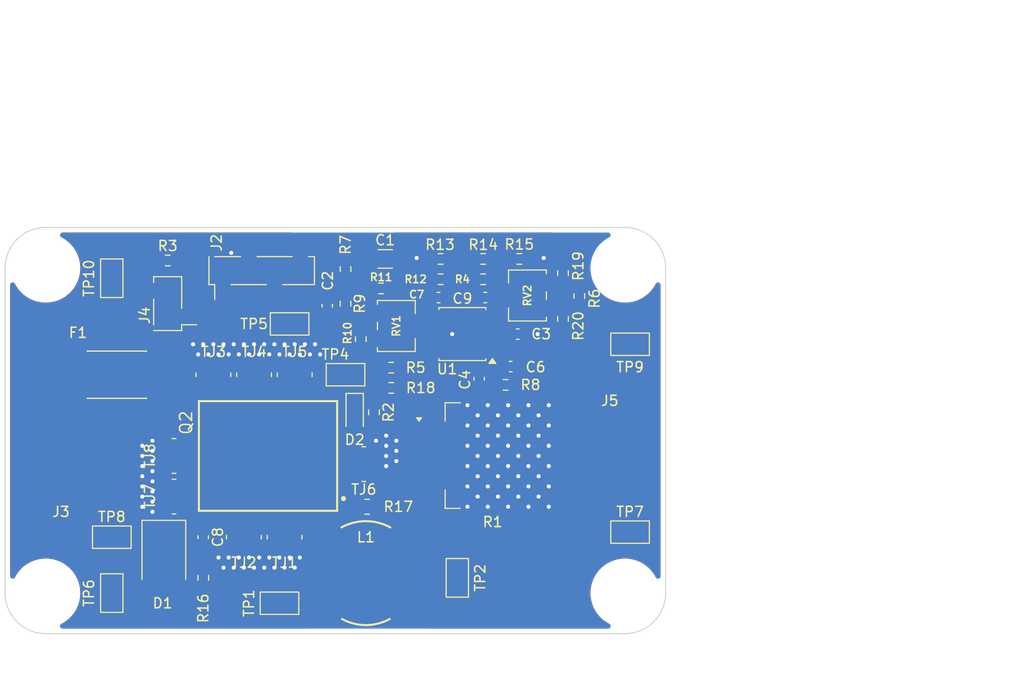
<source format=kicad_pcb>
(kicad_pcb (version 20241229) (generator "pcbnew") (generator_version "9.0")
  (layers (0 "F.Cu" signal) (2 "B.Cu" signal) (13 "F.Paste" user) (15 "B.Paste" user) (5 "F.SilkS" user "F.Silkscreen") (7 "B.SilkS" user "B.Silkscreen") (1 "F.Mask" user) (3 "B.Mask" user) (25 "Edge.Cuts" user))
  (net 0 "")
  (net 1 "GND")
  (net 2 "/Offset")
  (net 3 "+10V")
  (net 4 "Net-(C4-Pad1)")
  (net 5 "Net-(U1D-+)")
  (net 6 "/I_SET")
  (net 7 "Net-(J3-Pin_1)")
  (net 8 "Net-(J4-Pin_2)")
  (net 9 "Net-(U1C--)")
  (net 10 "Net-(U1A-+)")
  (net 11 "Net-(U1A--)")
  (net 12 "Net-(C8-Pad2)")
  (net 13 "Net-(D1-A1)")
  (net 14 "Net-(U1B--)")
  (net 15 "Net-(C9-Pad1)")
  (net 17 "Net-(L1-Pad2)")
  (net 18 "/FB")
  (net 19 "Net-(R10-Pad2)")
  (net 20 "Net-(R11-Pad1)")
  (net 21 "Net-(U1D--)")
  (net 22 "Net-(R19-Pad1)")
  (net 23 "Net-(R20-Pad2)")
  (net 24 "Net-(U1C-+)")
  (net 25 "Net-(U1B-+)")
  (net 26 "Net-(C7-Pad1)")
  (net 27 "Net-(D2-K)")
  (net 28 "Net-(D2-A)")
  (footprint "Resistor_SMD:R_0612_1632Metric_Pad1.18x3.40mm_HandSolder" (layer "F.Cu") (at 126.8 80.3)
    (property "Reference" "TJ6")
    (property "Value" "THJP0612ABT1" (hide yes))
  )
  (footprint "Capacitor_SMD:C_0603_1608Metric" (layer "F.Cu") (at 123.2 64.7 -90)
    (property "Reference" "C2")
    (property "Value" "1u" (hide yes))
  )
  (footprint "Project_Library:WP-SMBU_7466203" (layer "F.Cu") (at 97.1 79.5)
    (property "Reference" "J3")
    (property "Value" "7466203" (hide yes))
  )
  (footprint "Resistor_SMD:R_0603_1608Metric" (layer "F.Cu") (at 134.35 60.1 180)
    (property "Reference" "R13")
    (property "Value" "1k" (hide yes))
  )
  (footprint "Resistor_SMD:R_0612_1632Metric_Pad1.18x3.40mm_HandSolder" (layer "F.Cu") (at 119 87.5 -90)
    (property "Reference" "TJ1")
    (property "Value" "THJP0612ABT1" (hide yes))
  )
  (footprint "Resistor_SMD:R_0603_1608Metric" (layer "F.Cu") (at 140.75 72.5 180)
    (property "Reference" "R8")
    (property "Value" "10" (hide yes))
  )
  (footprint "Project_Library:FUSE_0683G9200-01" (layer "F.Cu") (at 102.5 71.5)
    (property "Reference" "F1")
    (property "Value" "20A" (hide yes))
  )
  (footprint "TestPoint:TestPoint_Keystone_5015_Micro_Mini" (layer "F.Cu") (at 153 68.5 180)
    (property "Reference" "TP9")
    (property "Value" "5015" (hide yes))
  )
  (footprint "Resistor_SMD:R_0603_1608Metric" (layer "F.Cu") (at 148 63.75 90)
    (property "Reference" "R6")
    (property "Value" "0" (hide yes))
  )
  (footprint "Resistor_SMD:R_0612_1632Metric_Pad1.18x3.40mm_HandSolder" (layer "F.Cu") (at 112 71.5 90)
    (property "Reference" "TJ3")
    (property "Value" "THJP0612ABT1" (hide yes))
  )
  (footprint "Resistor_SMD:R_0603_1608Metric" (layer "F.Cu") (at 107.5 60.25)
    (property "Reference" "R3")
    (property "Value" "49.9" (hide yes))
  )
  (footprint "Capacitor_SMD:C_0603_1608Metric" (layer "F.Cu") (at 111 87.5 -90)
    (property "Reference" "C8")
    (property "Value" "10n" (hide yes))
  )
  (footprint "Resistor_SMD:R_0603_1608Metric" (layer "F.Cu") (at 138.55 60.1 180)
    (property "Reference" "R14")
    (property "Value" "1k" (hide yes))
  )
  (footprint "Potentiometer_SMD:Potentiometer_Bourns_3214W_Vertical" (layer "F.Cu") (at 130 66.7 90)
    (property "Reference" "RV1")
    (property "Value" "200" (hide yes))
  )
  (footprint "Resistor_SMD:R_0603_1608Metric" (layer "F.Cu") (at 129.5 72.8 180)
    (property "Reference" "R18")
    (property "Value" "20" (hide yes))
  )
  (footprint "Resistor_SMD:R_0603_1608Metric" (layer "F.Cu") (at 142.1 60.1)
    (property "Reference" "R15")
    (property "Value" "1k" (hide yes))
  )
  (footprint "Package_TO_SOT_SMD:TO-263-2_TabPin1" (layer "F.Cu") (at 139.625 79.46)
    (property "Reference" "R1")
    (property "Value" "0.1" (hide yes))
  )
  (footprint "TestPoint:TestPoint_Keystone_5015_Micro_Mini" (layer "F.Cu") (at 119.5 66.5 180)
    (property "Reference" "TP5")
    (property "Value" "5015" (hide yes))
  )
  (footprint "Resistor_SMD:R_0603_1608Metric" (layer "F.Cu") (at 125 61.1 -90)
    (property "Reference" "R7")
    (property "Value" "10k" (hide yes))
  )
  (footprint "Resistor_SMD:R_0603_1608Metric" (layer "F.Cu") (at 127.8 75.2 -90)
    (property "Reference" "R2")
    (property "Value" "10k" (hide yes))
  )
  (footprint "Resistor_SMD:R_0603_1608Metric" (layer "F.Cu") (at 125 64.5 -90)
    (property "Reference" "R9")
    (property "Value" "2k" (hide yes))
  )
  (footprint "TestPoint:TestPoint_Keystone_5015_Micro_Mini" (layer "F.Cu") (at 102 87.5 180)
    (property "Reference" "TP8")
    (property "Value" "5015" (hide yes))
  )
  (footprint "Capacitor_SMD:C_0603_1608Metric" (layer "F.Cu") (at 138.75 63.9 180)
    (property "Reference" "C9")
    (property "Value" "1p" (hide yes))
  )
  (footprint "Project_Library:WP-SMBU_7466203" (layer "F.Cu") (at 151 79.5)
    (property "Reference" "J5")
    (property "Value" "7466203" (hide yes))
  )
  (footprint "Capacitor_SMD:C_0603_1608Metric" (layer "F.Cu") (at 134.15 63.9)
    (property "Reference" "C7")
    (property "Value" "1p" (hide yes))
  )
  (footprint "Capacitor_SMD:C_0603_1608Metric" (layer "F.Cu") (at 141.25 70.7 180)
    (property "Reference" "C6")
    (property "Value" "680p" (hide yes))
  )
  (footprint "Connector_PinHeader_2.54mm:PinHeader_1x04_P2.54mm_Vertical_SMD_Pin1Left" (layer "F.Cu") (at 116.75 61.25 90)
    (property "Reference" "J2")
    (property "Value" "Conn_01x04_Male" (hide yes))
  )
  (footprint "Resistor_SMD:R_0603_1608Metric" (layer "F.Cu") (at 126.5 68 -90)
    (property "Reference" "R10")
    (property "Value" "10k" (hide yes))
  )
  (footprint "Package_SO:TSSOP-14_4.4x5mm_P0.65mm" (layer "F.Cu") (at 136.5 67.5 180)
    (property "Reference" "U1")
    (property "Value" "ADA4807-4" (hide yes))
  )
  (footprint "MountingHole:MountingHole_3.2mm_M3_ISO7380" (layer "F.Cu") (at 95.5 93)
    (property "Reference" "REF**" (hide yes))
    (property "Value" "MountingHole_3.2mm_M3_ISO7380" (hide yes))
  )
  (footprint "Resistor_SMD:R_0603_1608Metric" (layer "F.Cu") (at 111 91.5 90)
    (property "Reference" "R16")
    (property "Value" "10" (hide yes))
  )
  (footprint "Project_Library:IFX-PG-HSOF-8-12-V" (layer "F.Cu") (at 117.375 79.499996 180)
    (property "Reference" "Q2")
    (property "Value" "IGT65R025D2" (hide yes))
  )
  (footprint "Resistor_SMD:R_0612_1632Metric_Pad1.18x3.40mm_HandSolder" (layer "F.Cu") (at 116 71.5 90)
    (property "Reference" "TJ4")
    (property "Value" "THJP0612ABT1" (hide yes))
  )
  (footprint "TestPoint:TestPoint_Keystone_5015_Micro_Mini" (layer "F.Cu") (at 118.5 94 180)
    (property "Reference" "TP1")
    (property "Value" "5015" (hide yes))
  )
  (footprint "Resistor_SMD:R_0612_1632Metric_Pad1.18x3.40mm_HandSolder" (layer "F.Cu") (at 115 87.5 -90)
    (property "Reference" "TJ2")
    (property "Value" "THJP0612ABT1" (hide yes))
  )
  (footprint "TestPoint:TestPoint_Keystone_5015_Micro_Mini" (layer "F.Cu") (at 136 91.5 -90)
    (property "Reference" "TP2")
    (property "Value" "5015" (hide yes))
  )
  (footprint "TestPoint:TestPoint_Keystone_5015_Micro_Mini" (layer "F.Cu") (at 102 93 -90)
    (property "Reference" "TP6")
    (property "Value" "5015" (hide yes))
  )
  (footprint "MountingHole:MountingHole_3.2mm_M3_ISO7380" (layer "F.Cu") (at 95.5 61)
    (property "Reference" "REF**" (hide yes))
    (property "Value" "MountingHole_3.2mm_M3_ISO7380" (hide yes))
  )
  (footprint "MountingHole:MountingHole_3.2mm_M3_ISO7380" (layer "F.Cu") (at 152.5 61)
    (property "Reference" "REF**" (hide yes))
    (property "Value" "MountingHole_3.2mm_M3_ISO7380" (hide yes))
  )
  (footprint "Project_Library:WE-ACHC_7449150023" (layer "F.Cu") (at 127 91.5)
    (property "Reference" "L1")
    (property "Value" "20n" (hide yes))
  )
  (footprint "Diode_SMD:D_SOD-323_HandSoldering" (layer "F.Cu") (at 125.9 75.35 -90)
    (property "Reference" "D2")
    (property "Value" "5.6V" (hide yes))
  )
  (footprint "Capacitor_SMD:C_1206_3216Metric" (layer "F.Cu") (at 128.9 60.1)
    (property "Reference" "C1")
    (property "Value" "10u" (hide yes))
  )
  (footprint "Resistor_SMD:R_0603_1608Metric" (layer "F.Cu") (at 129.5 70.8 180)
    (property "Reference" "R5")
    (property "Value" "20" (hide yes))
  )
  (footprint "Resistor_SMD:R_0603_1608Metric" (layer "F.Cu") (at 146.4 61.5 90)
    (property "Reference" "R19")
    (property "Value" "10k" (hide yes))
  )
  (footprint "TestPoint:TestPoint_Keystone_5015_Micro_Mini" (layer "F.Cu") (at 102 62 -90)
    (property "Reference" "TP10")
    (property "Value" "5015" (hide yes))
  )
  (footprint "Capacitor_SMD:C_0603_1608Metric" (layer "F.Cu") (at 141.95 67.5)
    (property "Reference" "C3")
    (property "Value" "1u" (hide yes))
  )
  (footprint "Connector_PinHeader_2.54mm:PinHeader_1x02_P2.54mm_Vertical_SMD_Pin1Left" (layer "F.Cu") (at 107.5 64.5 180)
    (property "Reference" "J4")
    (property "Value" "Conn_01x02_Male" (hide yes))
  )
  (footprint "Resistor_SMD:R_0603_1608Metric" (layer "F.Cu") (at 138.55 62.1 180)
    (property "Reference" "R4")
    (property "Value" "49.9" (hide yes))
  )
  (footprint "TestPoint:TestPoint_Keystone_5015_Micro_Mini" (layer "F.Cu") (at 125 71.5 180)
    (property "Reference" "TP4")
    (property "Value" "5015" (hide yes))
  )
  (footprint "Resistor_SMD:R_0612_1632Metric_Pad1.18x3.40mm_HandSolder" (layer "F.Cu") (at 120 71.5 90)
    (property "Reference" "TJ5")
    (property "Value" "THJP0612ABT1" (hide yes))
  )
  (footprint "MountingHole:MountingHole_3.2mm_M3_ISO7380" (layer "F.Cu") (at 152.5 93)
    (property "Reference" "REF**" (hide yes))
    (property "Value" "MountingHole_3.2mm_M3_ISO7380" (hide yes))
  )
  (footprint "Resistor_SMD:R_0603_1608Metric" (layer "F.Cu") (at 146.4 66 90)
    (property "Reference" "R20")
    (property "Value" "10k" (hide yes))
  )
  (footprint "Diode_SMD:D_SMB" (layer "F.Cu") (at 107.125 89.5 -90)
    (property "Reference" "D1")
    (property "Value" "SM6T150A" (hide yes))
  )
  (footprint "Resistor_SMD:R_0805_2012Metric" (layer "F.Cu") (at 127.125 84.5 180)
    (property "Reference" "R17")
    (property "Value" "0.1" (hide yes))
  )
  (footprint "TestPoint:TestPoint_Keystone_5015_Micro_Mini" (layer "F.Cu") (at 153 87)
    (property "Reference" "TP7")
    (property "Value" "5015" (hide yes))
  )
  (footprint "Resistor_SMD:R_0612_1632Metric_Pad1.18x3.40mm_HandSolder" (layer "F.Cu") (at 108.125 79.5 180)
    (property "Reference" "TJ8")
    (property "Value" "THJP0612ABT1" (hide yes))
  )
  (footprint "Resistor_SMD:R_0603_1608Metric" (layer "F.Cu") (at 134.35 62.1)
    (property "Reference" "R12")
    (property "Value" "1k" (hide yes))
  )
  (footprint "Potentiometer_SMD:Potentiometer_Bourns_3214W_Vertical" (layer "F.Cu") (at 142.9 63.7 -90)
    (property "Reference" "RV2")
    (property "Value" "200" (hide yes))
  )
  (footprint "Resistor_SMD:R_0612_1632Metric_Pad1.18x3.40mm_HandSolder" (layer "F.Cu") (at 108.125 83.5 180)
    (property "Reference" "TJ7")
    (property "Value" "THJP0612ABT1" (hide yes))
  )
  (footprint "Capacitor_SMD:C_0603_1608Metric" (layer "F.Cu") (at 138.15 71.9 90)
    (property "Reference" "C4")
    (property "Value" "2n" (hide yes))
  )
  (footprint "Resistor_SMD:R_0603_1608Metric" (layer "F.Cu") (at 128.5 63 180)
    (property "Reference" "R11")
    (property "Value" "10k" (hide yes))
  )
  (gr_arc (start 152.5 57) (mid 155.328427 58.171573) (end 156.5 61) (stroke (width 0.1)) (layer "Edge.Cuts"))
  (gr_arc (start 91.5 61) (mid 92.671573 58.171573) (end 95.5 57) (stroke (width 0.1)) (layer "Edge.Cuts"))
  (gr_line (start 95.5 57) (end 152.5 57) (stroke (width 0.1)) (layer "Edge.Cuts"))
  (gr_arc (start 95.5 97) (mid 92.671573 95.828427) (end 91.5 93) (stroke (width 0.1)) (layer "Edge.Cuts"))
  (gr_line (start 156.5 61) (end 156.5 93) (stroke (width 0.1)) (layer "Edge.Cuts"))
  (gr_line (start 152.5 97) (end 95.5 97) (stroke (width 0.1)) (layer "Edge.Cuts"))
  (gr_arc (start 156.5 93) (mid 155.328427 95.828427) (end 152.5 97) (stroke (width 0.1)) (layer "Edge.Cuts"))
  (gr_line (start 91.5 93) (end 91.5 61) (stroke (width 0.1)) (layer "Edge.Cuts"))
  (segment (start 133.6375 67.5) (end 135.5 67.5) (width 0.25) (layer "F.Cu") (net 1))
  (via (at 143 76.5) (size 0.8) (drill 0.4) (layers "F.Cu" "B.Cu") (net 1))
  (via (at 113.75 59.5) (size 0.8) (drill 0.4) (layers "F.Cu" "B.Cu") (net 1))
  (via (at 113.5 89.5) (size 0.8) (drill 0.4) (layers "F.Cu" "B.Cu") (net 1))
  (via (at 105 82.5) (size 0.8) (drill 0.4) (layers "F.Cu" "B.Cu") (net 1))
  (via (at 114.5 89.5) (size 0.8) (drill 0.4) (layers "F.Cu" "B.Cu") (net 1))
  (via (at 144.5 60) (size 0.8) (drill 0.4) (layers "F.Cu" "B.Cu") (net 1))
  (via (at 137 78.5) (size 0.8) (drill 0.4) (layers "F.Cu" "B.Cu") (net 1))
  (via (at 112.5 89.5) (size 0.8) (drill 0.4) (layers "F.Cu" "B.Cu") (net 1))
  (via (at 141 74.5) (size 0.8) (drill 0.4) (layers "F.Cu" "B.Cu") (net 1))
  (via (at 106 79) (size 0.8) (drill 0.4) (layers "F.Cu" "B.Cu") (net 1))
  (via (at 137 74.5) (size 0.8) (drill 0.4) (layers "F.Cu" "B.Cu") (net 1))
  (via (at 114 68.5) (size 0.8) (drill 0.4) (layers "F.Cu" "B.Cu") (net 1))
  (via (at 112.5 69.5) (size 0.8) (drill 0.4) (layers "F.Cu" "B.Cu") (net 1))
  (via (at 113.5 69.5) (size 0.8) (drill 0.4) (layers "F.Cu" "B.Cu") (net 1))
  (via (at 140 83.5) (size 0.8) (drill 0.4) (layers "F.Cu" "B.Cu") (net 1))
  (via (at 141 80.5) (size 0.8) (drill 0.4) (layers "F.Cu" "B.Cu") (net 1))
  (via (at 105 84.5) (size 0.8) (drill 0.4) (layers "F.Cu" "B.Cu") (net 1))
  (via (at 106 84) (size 0.8) (drill 0.4) (layers "F.Cu" "B.Cu") (net 1))
  (via (at 129 77.5) (size 0.8) (drill 0.4) (layers "F.Cu" "B.Cu") (net 1))
  (via (at 115 68.5) (size 0.8) (drill 0.4) (layers "F.Cu" "B.Cu") (net 1))
  (via (at 145 84.5) (size 0.8) (drill 0.4) (layers "F.Cu" "B.Cu") (net 1))
  (via (at 137 82.5) (size 0.8) (drill 0.4) (layers "F.Cu" "B.Cu") (net 1))
  (via (at 115 90.5) (size 0.8) (drill 0.4) (layers "F.Cu" "B.Cu") (net 1))
  (via (at 130 79) (size 0.8) (drill 0.4) (layers "F.Cu" "B.Cu") (net 1))
  (via (at 137 84.5) (size 0.8) (drill 0.4) (layers "F.Cu" "B.Cu") (net 1))
  (via (at 130 80) (size 0.8) (drill 0.4) (layers "F.Cu" "B.Cu") (net 1))
  (via (at 116.5 89.5) (size 0.8) (drill 0.4) (layers "F.Cu" "B.Cu") (net 1))
  (via (at 140 81.5) (size 0.8) (drill 0.4) (layers "F.Cu" "B.Cu") (net 1))
  (via (at 143 74.5) (size 0.8) (drill 0.4) (layers "F.Cu" "B.Cu") (net 1))
  (via (at 139 84.5) (size 0.8) (drill 0.4) (layers "F.Cu" "B.Cu") (net 1))
  (via (at 116 90.5) (size 0.8) (drill 0.4) (layers "F.Cu" "B.Cu") (net 1))
  (via (at 106 83) (size 0.8) (drill 0.4) (layers "F.Cu" "B.Cu") (net 1))
  (via (at 142 83.5) (size 0.8) (drill 0.4) (layers "F.Cu" "B.Cu") (net 1))
  (via (at 132 60) (size 0.8) (drill 0.4) (layers "F.Cu" "B.Cu") (net 1))
  (via (at 144 77.5) (size 0.8) (drill 0.4) (layers "F.Cu" "B.Cu") (net 1))
  (via (at 106 81) (size 0.8) (drill 0.4) (layers "F.Cu" "B.Cu") (net 1))
  (via (at 112 68.5) (size 0.8) (drill 0.4) (layers "F.Cu" "B.Cu") (net 1))
  (via (at 119 90.5) (size 0.8) (drill 0.4) (layers "F.Cu" "B.Cu") (net 1))
  (via (at 139 82.5) (size 0.8) (drill 0.4) (layers "F.Cu" "B.Cu") (net 1))
  (via (at 145 74.5) (size 0.8) (drill 0.4) (layers "F.Cu" "B.Cu") (net 1))
  (via (at 143 84.5) (size 0.8) (drill 0.4) (layers "F.Cu" "B.Cu") (net 1))
  (via (at 140 75.5) (size 0.8) (drill 0.4) (layers "F.Cu" "B.Cu") (net 1))
  (via (at 138 75.5) (size 0.8) (drill 0.4) (layers "F.Cu" "B.Cu") (net 1))
  (via (at 137 80.5) (size 0.8) (drill 0.4) (layers "F.Cu" "B.Cu") (net 1))
  (via (at 141 78.5) (size 0.8) (drill 0.4) (layers "F.Cu" "B.Cu") (net 1))
  (via (at 105 79.5) (size 0.8) (drill 0.4) (layers "F.Cu" "B.Cu") (net 1))
  (via (at 115.5 89.5) (size 0.8) (drill 0.4) (layers "F.Cu" "B.Cu") (net 1))
  (via (at 143.9 67.5) (size 0.8) (drill 0.4) (layers "F.Cu" "B.Cu") (net 1))
  (via (at 105 81.5) (size 0.8) (drill 0.4) (layers "F.Cu" "B.Cu") (net 1))
  (via (at 118 68.5) (size 0.8) (drill 0.4) (layers "F.Cu" "B.Cu") (net 1))
  (via (at 110 68.5) (size 0.8) (drill 0.4) (layers "F.Cu" "B.Cu") (net 1))
  (via (at 144 81.5) (size 0.8) (drill 0.4) (layers "F.Cu" "B.Cu") (net 1))
  (via (at 113 68.5) (size 0.8) (drill 0.4) (layers "F.Cu" "B.Cu") (net 1))
  (via (at 138 77.5) (size 0.8) (drill 0.4) (layers "F.Cu" "B.Cu") (net 1))
  (via (at 120 90.5) (size 0.8) (drill 0.4) (layers "F.Cu" "B.Cu") (net 1))
  (via (at 141 82.5) (size 0.8) (drill 0.4) (layers "F.Cu" "B.Cu") (net 1))
  (via (at 141 76.5) (size 0.8) (drill 0.4) (layers "F.Cu" "B.Cu") (net 1))
  (via (at 106 78) (size 0.8) (drill 0.4) (layers "F.Cu" "B.Cu") (net 1))
  (via (at 135.5 67.5) (size 0.8) (drill 0.4) (layers "F.Cu" "B.Cu") (net 1))
  (via (at 129 80.5) (size 0.8) (drill 0.4) (layers "F.Cu" "B.Cu") (net 1))
  (via (at 145 76.5) (size 0.8) (drill 0.4) (layers "F.Cu" "B.Cu") (net 1))
  (via (at 142 75.5) (size 0.8) (drill 0.4) (layers "F.Cu" "B.Cu") (net 1))
  (via (at 105 80.5) (size 0.8) (drill 0.4) (layers "F.Cu" "B.Cu") (net 1))
  (via (at 111.5 69.5) (size 0.8) (drill 0.4) (layers "F.Cu" "B.Cu") (net 1))
  (via (at 116.5 69.5) (size 0.8) (drill 0.4) (layers "F.Cu" "B.Cu") (net 1))
  (via (at 117.5 89.5) (size 0.8) (drill 0.4) (layers "F.Cu" "B.Cu") (net 1))
  (via (at 137 76.5) (size 0.8) (drill 0.4) (layers "F.Cu" "B.Cu") (net 1))
  (via (at 113 90.5) (size 0.8) (drill 0.4) (layers "F.Cu" "B.Cu") (net 1))
  (via (at 114.5 69.5) (size 0.8) (drill 0.4) (layers "F.Cu" "B.Cu") (net 1))
  (via (at 140 77.5) (size 0.8) (drill 0.4) (layers "F.Cu" "B.Cu") (net 1))
  (via (at 128 78) (size 0.8) (drill 0.4) (layers "F.Cu" "B.Cu") (net 1))
  (via (at 143 80.5) (size 0.8) (drill 0.4) (layers "F.Cu" "B.Cu") (net 1))
  (via (at 118 90.5) (size 0.8) (drill 0.4) (layers "F.Cu" "B.Cu") (net 1))
  (via (at 139 80.5) (size 0.8) (drill 0.4) (layers "F.Cu" "B.Cu") (net 1))
  (via (at 106 80) (size 0.8) (drill 0.4) (layers "F.Cu" "B.Cu") (net 1))
  (via (at 144 83.5) (size 0.8) (drill 0.4) (layers "F.Cu" "B.Cu") (net 1))
  (via (at 114 90.5) (size 0.8) (drill 0.4) (layers "F.Cu" "B.Cu") (net 1))
  (via (at 142 79.5) (size 0.8) (drill 0.4) (layers "F.Cu" "B.Cu") (net 1))
  (via (at 115.5 69.5) (size 0.8) (drill 0.4) (layers "F.Cu" "B.Cu") (net 1))
  (via (at 122.5 69.5) (size 0.8) (drill 0.4) (layers "F.Cu" "B.Cu") (net 1))
  (via (at 119 68.5) (size 0.8) (drill 0.4) (layers "F.Cu" "B.Cu") (net 1))
  (via (at 145 80.5) (size 0.8) (drill 0.4) (layers "F.Cu" "B.Cu") (net 1))
  (via (at 129 78.5) (size 0.8) (drill 0.4) (layers "F.Cu" "B.Cu") (net 1))
  (via (at 117 68.5) (size 0.8) (drill 0.4) (layers "F.Cu" "B.Cu") (net 1))
  (via (at 105 78.5) (size 0.8) (drill 0.4) (layers "F.Cu" "B.Cu") (net 1))
  (via (at 143 78.5) (size 0.8) (drill 0.4) (layers "F.Cu" "B.Cu") (net 1))
  (via (at 138 83.5) (size 0.8) (drill 0.4) (layers "F.Cu" "B.Cu") (net 1))
  (via (at 117 90.5) (size 0.8) (drill 0.4) (layers "F.Cu" "B.Cu") (net 1))
  (via (at 145 78.5) (size 0.8) (drill 0.4) (layers "F.Cu" "B.Cu") (net 1))
  (via (at 139 74.5) (size 0.8) (drill 0.4) (layers "F.Cu" "B.Cu") (net 1))
  (via (at 120 68.5) (size 0.8) (drill 0.4) (layers "F.Cu" "B.Cu") (net 1))
  (via (at 138 79.5) (size 0.8) (drill 0.4) (layers "F.Cu" "B.Cu") (net 1))
  (via (at 142 77.5) (size 0.8) (drill 0.4) (layers "F.Cu" "B.Cu") (net 1))
  (via (at 129 79.5) (size 0.8) (drill 0.4) (layers "F.Cu" "B.Cu") (net 1))
  (via (at 120.5 89.5) (size 0.8) (drill 0.4) (layers "F.Cu" "B.Cu") (net 1))
  (via (at 119.5 89.5) (size 0.8) (drill 0.4) (layers "F.Cu" "B.Cu") (net 1))
  (via (at 144 75.5) (size 0.8) (drill 0.4) (layers "F.Cu" "B.Cu") (net 1))
  (via (at 110.5 69.5) (size 0.8) (drill 0.4) (layers "F.Cu" "B.Cu") (net 1))
  (via (at 106 85) (size 0.8) (drill 0.4) (layers "F.Cu" "B.Cu") (net 1))
  (via (at 130 78) (size 0.8) (drill 0.4) (layers "F.Cu" "B.Cu") (net 1))
  (via (at 118.5 89.5) (size 0.8) (drill 0.4) (layers "F.Cu" "B.Cu") (net 1))
  (via (at 142 81.5) (size 0.8) (drill 0.4) (layers "F.Cu" "B.Cu") (net 1))
  (via (at 117.5 69.5) (size 0.8) (drill 0.4) (layers "F.Cu" "B.Cu") (net 1))
  (via (at 105 83.5) (size 0.8) (drill 0.4) (layers "F.Cu" "B.Cu") (net 1))
  (via (at 106 82) (size 0.8) (drill 0.4) (layers "F.Cu" "B.Cu") (net 1))
  (via (at 139 76.5) (size 0.8) (drill 0.4) (layers "F.Cu" "B.Cu") (net 1))
  (via (at 143 82.5) (size 0.8) (drill 0.4) (layers "F.Cu" "B.Cu") (net 1))
  (via (at 140 79.5) (size 0.8) (drill 0.4) (layers "F.Cu" "B.Cu") (net 1))
  (via (at 138 81.5) (size 0.8) (drill 0.4) (layers "F.Cu" "B.Cu") (net 1))
  (via (at 120.5 69.5) (size 0.8) (drill 0.4) (layers "F.Cu" "B.Cu") (net 1))
  (via (at 139 78.5) (size 0.8) (drill 0.4) (layers "F.Cu" "B.Cu") (net 1))
  (via (at 122 68.5) (size 0.8) (drill 0.4) (layers "F.Cu" "B.Cu") (net 1))
  (via (at 145 82.5) (size 0.8) (drill 0.4) (layers "F.Cu" "B.Cu") (net 1))
  (via (at 116 68.5) (size 0.8) (drill 0.4) (layers "F.Cu" "B.Cu") (net 1))
  (via (at 119.5 69.5) (size 0.8) (drill 0.4) (layers "F.Cu" "B.Cu") (net 1))
  (via (at 121 68.5) (size 0.8) (drill 0.4) (layers "F.Cu" "B.Cu") (net 1))
  (via (at 118.5 69.5) (size 0.8) (drill 0.4) (layers "F.Cu" "B.Cu") (net 1))
  (via (at 141 84.5) (size 0.8) (drill 0.4) (layers "F.Cu" "B.Cu") (net 1))
  (via (at 111 68.5) (size 0.8) (drill 0.4) (layers "F.Cu" "B.Cu") (net 1))
  (via (at 121.5 69.5) (size 0.8) (drill 0.4) (layers "F.Cu" "B.Cu") (net 1))
  (via (at 144 79.5) (size 0.8) (drill 0.4) (layers "F.Cu" "B.Cu") (net 1))
  (segment (start 125.0875 63.5875) (end 127 63.5875) (width 0.25) (layer "F.Cu") (net 2))
  (segment (start 127.675 62.9125) (end 128.326 62.2615) (width 0.25) (layer "F.Cu") (net 2))
  (segment (start 127 63.5875) (end 127.5875 63) (width 0.25) (layer "F.Cu") (net 2))
  (segment (start 127.675 63) (end 127.675 62.9125) (width 0.25) (layer "F.Cu") (net 2))
  (segment (start 127.5875 63) (end 127.675 63) (width 0.25) (layer "F.Cu") (net 2))
  (segment (start 124.6625 63.925) (end 124.9125 63.675) (width 0.25) (layer "F.Cu") (net 2))
  (segment (start 125 62.0125) (end 125 63.675) (width 0.25) (layer "F.Cu") (net 2))
  (segment (start 125 63.675) (end 125.0875 63.5875) (width 0.25) (layer "F.Cu") (net 2))
  (segment (start 145.151 58.151) (end 146.4 59.4) (width 0.25) (layer "F.Cu") (net 2))
  (segment (start 130.527486 58.151) (end 145.151 58.151) (width 0.25) (layer "F.Cu") (net 2))
  (segment (start 124.9125 63.675) (end 125 63.675) (width 0.25) (layer "F.Cu") (net 2))
  (segment (start 128.326 62.2615) (end 128.326 60.352486) (width 0.25) (layer "F.Cu") (net 2))
  (segment (start 146.4 59.4) (end 146.4 60.675) (width 0.25) (layer "F.Cu") (net 2))
  (segment (start 123.2 63.925) (end 124.6625 63.925) (width 0.25) (layer "F.Cu") (net 2))
  (segment (start 128.326 60.352486) (end 130.527486 58.151) (width 0.25) (layer "F.Cu") (net 2))
  (segment (start 141.175 66.625) (end 141.175 67.5) (width 0.25) (layer "F.Cu") (net 3))
  (segment (start 129.899 57.626) (end 145.26381 57.626) (width 0.25) (layer "F.Cu") (net 3))
  (segment (start 125.175 60.1) (end 127.425 60.1) (width 0.25) (layer "F.Cu") (net 3))
  (segment (start 149.051 63.348418) (end 148.699418 63.7) (width 0.25) (layer "F.Cu") (net 3))
  (segment (start 125 60.275) (end 125.175 60.1) (width 0.25) (layer "F.Cu") (net 3))
  (segment (start 142.9 64.4) (end 142.9 64.9) (width 0.25) (layer "F.Cu") (net 3))
  (segment (start 143.6 63.7) (end 142.9 64.4) (width 0.25) (layer "F.Cu") (net 3))
  (segment (start 121.1525 60.1875) (end 124.9125 60.1875) (width 0.25) (layer "F.Cu") (net 3))
  (segment (start 148.699418 63.7) (end 143.6 63.7) (width 0.25) (layer "F.Cu") (net 3))
  (segment (start 147.75 60.75) (end 149.051 62.051) (width 0.25) (layer "F.Cu") (net 3))
  (segment (start 120.56 59.595) (end 121.1525 60.1875) (width 0.25) (layer "F.Cu") (net 3))
  (segment (start 142.9 64.9) (end 141.175 66.625) (width 0.25) (layer "F.Cu") (net 3))
  (segment (start 149.051 62.051) (end 149.051 63.348418) (width 0.25) (layer "F.Cu") (net 3))
  (segment (start 139.3625 67.5) (end 141.175 67.5) (width 0.25) (layer "F.Cu") (net 3))
  (segment (start 124.9125 60.1875) (end 125 60.275) (width 0.25) (layer "F.Cu") (net 3))
  (segment (start 147.75 60.11219) (end 147.75 60.75) (width 0.25) (layer "F.Cu") (net 3))
  (segment (start 127.425 60.1) (end 129.899 57.626) (width 0.25) (layer "F.Cu") (net 3))
  (segment (start 145.26381 57.626) (end 147.75 60.11219) (width 0.25) (layer "F.Cu") (net 3))
  (segment (start 139.6625 72.675) (end 139.8375 72.5) (width 0.25) (layer "F.Cu") (net 4))
  (segment (start 138.15 72.675) (end 139.6625 72.675) (width 0.25) (layer "F.Cu") (net 4))
  (segment (start 132.574 68.526) (end 132.574 68.520774) (width 0.25) (layer "F.Cu") (net 5))
  (segment (start 140.475 70.7) (end 140.475 70.5625) (width 0.25) (layer "F.Cu") (net 5))
  (segment (start 134.330226 68.15) (end 135.590113 69.409887) (width 0.25) (layer "F.Cu") (net 5))
  (segment (start 140.475 70.5625) (end 139.3625 69.45) (width 0.25) (layer "F.Cu") (net 5))
  (segment (start 140.475 70.7) (end 138.575 70.7) (width 0.25) (layer "F.Cu") (net 5))
  (segment (start 138.15 71.125) (end 137.305226 71.125) (width 0.25) (layer "F.Cu") (net 5))
  (segment (start 138.575 70.7) (end 138.15 71.125) (width 0.25) (layer "F.Cu") (net 5))
  (segment (start 130.4125 70.8) (end 130.4125 70.6875) (width 0.25) (layer "F.Cu") (net 5))
  (segment (start 132.574 68.520774) (end 132.820774 68.274) (width 0.25) (layer "F.Cu") (net 5))
  (segment (start 132.95 68.15) (end 133.6375 68.15) (width 0.25) (layer "F.Cu") (net 5))
  (segment (start 130.4125 70.6875) (end 132.574 68.526) (width 0.25) (layer "F.Cu") (net 5))
  (segment (start 132.826 68.274) (end 132.95 68.15) (width 0.25) (layer "F.Cu") (net 5))
  (segment (start 137.305226 71.125) (end 135.590113 69.409887) (width 0.25) (layer "F.Cu") (net 5))
  (segment (start 132.820774 68.274) (end 132.826 68.274) (width 0.25) (layer "F.Cu") (net 5))
  (segment (start 133.6375 68.15) (end 134.330226 68.15) (width 0.25) (layer "F.Cu") (net 5))
  (segment (start 118.02 65.02) (end 119.5 66.5) (width 0.25) (layer "F.Cu") (net 6))
  (segment (start 118.02 62.905) (end 118.02 65.02) (width 0.25) (layer "F.Cu") (net 6))
  (segment (start 126.5 67.0875) (end 120.0875 67.0875) (width 0.25) (layer "F.Cu") (net 6))
  (segment (start 109.885 66.5) (end 119.5 66.5) (width 0.25) (layer "F.Cu") (net 6))
  (segment (start 109.155 65.77) (end 109.885 66.5) (width 0.25) (layer "F.Cu") (net 6))
  (segment (start 120.0875 67.0875) (end 119.5 66.5) (width 0.25) (layer "F.Cu") (net 6))
  (segment (start 105.845 61.9925) (end 106.5875 61.25) (width 0.25) (layer "F.Cu") (net 8))
  (segment (start 106.5875 61.25) (end 106.5875 60.25) (width 0.25) (layer "F.Cu") (net 8))
  (segment (start 105.845 63.23) (end 105.845 61.9925) (width 0.25) (layer "F.Cu") (net 8))
  (segment (start 134.374999 66.2) (end 134.925 65.649999) (width 0.25) (layer "F.Cu") (net 9))
  (segment (start 134.925 65.649999) (end 134.925 63.9) (width 0.25) (layer "F.Cu") (net 9))
  (segment (start 134.925 63.9) (end 134.925 62.4375) (width 0.25) (layer "F.Cu") (net 9))
  (segment (start 135.2625 62.1) (end 135.2625 60.1) (width 0.25) (layer "F.Cu") (net 9))
  (segment (start 134.925 62.4375) (end 135.2625 62.1) (width 0.25) (layer "F.Cu") (net 9))
  (segment (start 133.6375 66.2) (end 134.374999 66.2) (width 0.25) (layer "F.Cu") (net 9))
  (segment (start 139.3625 68.15) (end 140.301 68.15) (width 0.25) (layer "F.Cu") (net 10))
  (segment (start 140.751 68.6) (end 144.3 68.6) (width 0.25) (layer "F.Cu") (net 10))
  (segment (start 145.3 66.578486) (end 145.878486 66) (width 0.25) (layer "F.Cu") (net 10))
  (segment (start 145.3 67.6) (end 145.3 66.578486) (width 0.25) (layer "F.Cu") (net 10))
  (segment (start 144.3 68.6) (end 145.3 67.6) (width 0.25) (layer "F.Cu") (net 10))
  (segment (start 140.301 68.15) (end 140.751 68.6) (width 0.25) (layer "F.Cu") (net 10))
  (segment (start 145.878486 66) (end 147.3 66) (width 0.25) (layer "F.Cu") (net 10))
  (segment (start 148 65.3) (end 148 64.575) (width 0.25) (layer "F.Cu") (net 10))
  (segment (start 147.3 66) (end 148 65.3) (width 0.25) (layer "F.Cu") (net 10))
  (segment (start 137.199 67.373999) (end 138.625001 68.8) (width 0.25) (layer "F.Cu") (net 11))
  (segment (start 140.125 68.8) (end 139.3625 68.8) (width 0.25) (layer "F.Cu") (net 11))
  (segment (start 137.6375 62.1) (end 137.199 62.5385) (width 0.25) (layer "F.Cu") (net 11))
  (segment (start 142.025 71.3375) (end 141.6625 71.7) (width 0.25) (layer "F.Cu") (net 11))
  (segment (start 137.199 62.5385) (end 137.199 67.373999) (width 0.25) (layer "F.Cu") (net 11))
  (segment (start 142.025 70.7) (end 142.025 71.3375) (width 0.25) (layer "F.Cu") (net 11))
  (segment (start 142.025 70.7) (end 140.125 68.8) (width 0.25) (layer "F.Cu") (net 11))
  (segment (start 141.6625 71.7) (end 141.6625 72.5) (width 0.25) (layer "F.Cu") (net 11))
  (segment (start 138.625001 68.8) (end 139.3625 68.8) (width 0.25) (layer "F.Cu") (net 11))
  (segment (start 111 90.5875) (end 111 88.275) (width 0.25) (layer "F.Cu") (net 12))
  (segment (start 108.9625 85.5125) (end 108.9625 83.5) (width 0.25) (layer "F.Cu") (net 13))
  (segment (start 111 86.725) (end 111 84.5) (width 0.25) (layer "F.Cu") (net 13))
  (segment (start 111 84.5) (end 110 83.5) (width 0.25) (layer "F.Cu") (net 13))
  (segment (start 102 87.5) (end 106.975 87.5) (width 0.25) (layer "F.Cu") (net 13))
  (segment (start 110 83.5) (end 108.9625 83.5) (width 0.25) (layer "F.Cu") (net 13))
  (segment (start 107.125 87.35) (end 108.9625 85.5125) (width 0.25) (layer "F.Cu") (net 13))
  (segment (start 106.975 87.5) (end 107.125 87.35) (width 0.25) (layer "F.Cu") (net 13))
  (segment (start 138.625001 66.2) (end 137.975 65.549999) (width 0.25) (layer "F.Cu") (net 14))
  (segment (start 137.6375 60.1) (end 138.5 60.9625) (width 0.25) (layer "F.Cu") (net 14))
  (segment (start 137.975 65.549999) (end 137.975 63.9) (width 0.25) (layer "F.Cu") (net 14))
  (segment (start 138.5 63.375) (end 137.975 63.9) (width 0.25) (layer "F.Cu") (net 14))
  (segment (start 138.4375 59.3) (end 137.6375 60.1) (width 0.25) (layer "F.Cu") (net 14))
  (segment (start 140.3875 59.3) (end 138.4375 59.3) (width 0.25) (layer "F.Cu") (net 14))
  (segment (start 139.3625 66.2) (end 138.625001 66.2) (width 0.25) (layer "F.Cu") (net 14))
  (segment (start 141.1875 60.1) (end 140.3875 59.3) (width 0.25) (layer "F.Cu") (net 14))
  (segment (start 138.5 60.9625) (end 138.5 63.375) (width 0.25) (layer "F.Cu") (net 14))
  (segment (start 139.4625 62.1) (end 139.4625 63.8375) (width 0.25) (layer "F.Cu") (net 15))
  (segment (start 139.3625 65.55) (end 139.3625 64.0625) (width 0.25) (layer "F.Cu") (net 15))
  (segment (start 139.4625 63.8375) (end 139.525 63.9) (width 0.25) (layer "F.Cu") (net 15))
  (segment (start 139.3625 64.0625) (end 139.525 63.9) (width 0.25) (layer "F.Cu") (net 15))
  (segment (start 139.4625 62.1) (end 139.4625 60.1) (width 0.25) (layer "F.Cu") (net 15))
  (segment (start 136 91.5) (end 130.95 91.5) (width 0.25) (layer "F.Cu") (net 17))
  (segment (start 146.5 69.5) (end 146.5 66.9125) (width 0.25) (layer "F.Cu") (net 18))
  (segment (start 129.574 73.695514) (end 129.904486 74.026) (width 0.25) (layer "F.Cu") (net 18))
  (segment (start 142.474 73.526) (end 146.5 69.5) (width 0.25) (layer "F.Cu") (net 18))
  (segment (start 135.724 73.526) (end 142.474 73.526) (width 0.25) (layer "F.Cu") (net 18))
  (segment (start 123.749 69.751) (end 129.251 69.751) (width 0.25) (layer "F.Cu") (net 18))
  (segment (start 129.904486 74.026) (end 135.224 74.026) (width 0.25) (layer "F.Cu") (net 18))
  (segment (start 135.224 74.026) (end 135.724 73.526) (width 0.25) (layer "F.Cu") (net 18))
  (segment (start 129.251 69.751) (end 129.574 70.074) (width 0.25) (layer "F.Cu") (net 18))
  (segment (start 123.05 93.45) (end 123.05 91.5) (width 0.25) (layer "F.Cu") (net 18))
  (segment (start 129.574 70.074) (end 129.574 73.695514) (width 0.25) (layer "F.Cu") (net 18))
  (segment (start 120 72.3375) (end 121.1625 72.3375) (width 0.25) (layer "F.Cu") (net 18))
  (segment (start 122.5 94) (end 123.05 93.45) (width 0.25) (layer "F.Cu") (net 18))
  (segment (start 121.1625 72.3375) (end 123.749 69.751) (width 0.25) (layer "F.Cu") (net 18))
  (segment (start 118.5 94) (end 122.5 94) (width 0.25) (layer "F.Cu") (net 18))
  (segment (start 126.5 68.9125) (end 126.9125 68.5) (width 0.25) (layer "F.Cu") (net 19))
  (segment (start 126.9125 68.5) (end 128 68.5) (width 0.25) (layer "F.Cu") (net 19))
  (segment (start 128 68.5) (end 128.55 67.95) (width 0.25) (layer "F.Cu") (net 19))
  (segment (start 129.325 63.875) (end 128.55 64.65) (width 0.25) (layer "F.Cu") (net 20))
  (segment (start 128.55 64.65) (end 128.55 65.45) (width 0.25) (layer "F.Cu") (net 20))
  (segment (start 129.325 63) (end 129.325 63.875) (width 0.25) (layer "F.Cu") (net 20))
  (segment (start 133.6375 68.8) (end 133.6375 69.45) (width 0.25) (layer "F.Cu") (net 21))
  (segment (start 130.4125 72.8) (end 130.4125 72.675) (width 0.25) (layer "F.Cu") (net 21))
  (segment (start 130.4125 72.675) (end 133.6375 69.45) (width 0.25) (layer "F.Cu") (net 21))
  (segment (start 146.4625 62.45) (end 146.5 62.4125) (width 0.25) (layer "F.Cu") (net 22))
  (segment (start 144.35 62.45) (end 146.4625 62.45) (width 0.25) (layer "F.Cu") (net 22))
  (segment (start 144.575 65.175) (end 146.4 65.175) (width 0.25) (layer "F.Cu") (net 23))
  (segment (start 144.35 64.95) (end 144.575 65.175) (width 0.25) (layer "F.Cu") (net 23))
  (segment (start 131.6 66.85) (end 131.45 66.7) (width 0.25) (layer "F.Cu") (net 24))
  (segment (start 133.6375 66.85) (end 131.6 66.85) (width 0.25) (layer "F.Cu") (net 24))
  (segment (start 141.45 65.455226) (end 141.45 63.7) (width 0.25) (layer "F.Cu") (net 25))
  (segment (start 139.3625 66.85) (end 140.055226 66.85) (width 0.25) (layer "F.Cu") (net 25))
  (segment (start 140.055226 66.85) (end 141.45 65.455226) (width 0.25) (layer "F.Cu") (net 25))
  (segment (start 133.525 62.1) (end 133.525 62.0125) (width 0.25) (layer "F.Cu") (net 26))
  (segment (start 134.276 59.326) (end 134.902 58.7) (width 0.25) (layer "F.Cu") (net 26))
  (segment (start 144.726743 58.7) (end 145.4 59.373257) (width 0.25) (layer "F.Cu") (net 26))
  (segment (start 147.5 61.5) (end 148 62) (width 0.25) (layer "F.Cu") (net 26))
  (segment (start 133.375 62.25) (end 133.525 62.1) (width 0.25) (layer "F.Cu") (net 26))
  (segment (start 133.6375 64.1625) (end 133.375 63.9) (width 0.25) (layer "F.Cu") (net 26))
  (segment (start 133.375 63.9) (end 133.375 62.25) (width 0.25) (layer "F.Cu") (net 26))
  (segment (start 134.902 58.7) (end 144.726743 58.7) (width 0.25) (layer "F.Cu") (net 26))
  (segment (start 148 62) (end 148 62.925) (width 0.25) (layer "F.Cu") (net 26))
  (segment (start 145.4 59.373257) (end 145.4 61.2) (width 0.25) (layer "F.Cu") (net 26))
  (segment (start 133.525 62.0125) (end 134.276 61.2615) (width 0.25) (layer "F.Cu") (net 26))
  (segment (start 145.4 61.2) (end 145.7 61.5) (width 0.25) (layer "F.Cu") (net 26))
  (segment (start 134.276 61.2615) (end 134.276 59.326) (width 0.25) (layer "F.Cu") (net 26))
  (segment (start 145.7 61.5) (end 147.5 61.5) (width 0.25) (layer "F.Cu") (net 26))
  (segment (start 133.6375 65.55) (end 133.6375 64.1625) (width 0.25) (layer "F.Cu") (net 26))
  (segment (start 125 71.5) (end 125.9 72.4) (width 0.25) (layer "F.Cu") (net 27))
  (segment (start 125.75 74.1) (end 126.05 74.1) (width 0.25) (layer "F.Cu") (net 27))
  (segment (start 124.55 75.3) (end 125.75 74.1) (width 0.25) (layer "F.Cu") (net 27))
  (segment (start 123.025 75.3) (end 124.55 75.3) (width 0.25) (layer "F.Cu") (net 27))
  (segment (start 128.675 70.8) (end 128.675 72.8) (width 0.25) (layer "F.Cu") (net 27))
  (segment (start 126.05 74.1) (end 126.325 74.375) (width 0.25) (layer "F.Cu") (net 27))
  (segment (start 125.9 72.4) (end 125.9 74.1) (width 0.25) (layer "F.Cu") (net 27))
  (segment (start 128.675 73.5) (end 127.8 74.375) (width 0.25) (layer "F.Cu") (net 27))
  (segment (start 128.675 72.8) (end 128.675 73.5) (width 0.25) (layer "F.Cu") (net 27))
  (segment (start 126.325 74.375) (end 127.8 74.375) (width 0.25) (layer "F.Cu") (net 27))
  (segment (start 126.55 76.45) (end 126.975 76.025) (width 0.25) (layer "F.Cu") (net 28))
  (segment (start 126.975 76.025) (end 127.8 76.025) (width 0.25) (layer "F.Cu") (net 28))
  (segment (start 125.9 76.6) (end 126.05 76.45) (width 0.25) (layer "F.Cu") (net 28))
  (segment (start 123.025 76.5) (end 123.125 76.6) (width 0.25) (layer "F.Cu") (net 28))
  (segment (start 123.125 76.6) (end 125.9 76.6) (width 0.25) (layer "F.Cu") (net 28))
  (segment (start 126.05 76.45) (end 126.55 76.45) (width 0.25) (layer "F.Cu") (net 28))
  (zone (net 13) (net_name "Net-(D1-A1)") (layer "F.Cu") (priority 1) (connect_pads yes (clearance 0.508)) (min_thickness 0.25) (fill yes (thermal_gap 0.5) (thermal_bridge_width 0.5))
    (polygon (pts (xy 106 74) (xy 106 69) (xy 109 69) (xy 112.5 74) (xy 112.5 85) (xy 108.5 85) (xy 108.5 78) (xy 106.5 76.5)))
  )
  (zone (net 17) (net_name "Net-(L1-Pad2)") (layer "F.Cu") (priority 3) (connect_pads yes (clearance 0.508)) (min_thickness 0.25) (fill yes (thermal_gap 0.5) (thermal_bridge_width 0.5))
    (polygon (pts (xy 132 96) (xy 134.5 83.5) (xy 134.5 81) (xy 127.5 81) (xy 127.5 96) (xy 130 96)))
  )
  (zone (net 7) (net_name "Net-(J3-Pin_1)") (layer "F.Cu") (priority 1) (connect_pads yes (clearance 0.508)) (min_thickness 0.25) (fill yes (thermal_gap 0.5) (thermal_bridge_width 0.5))
    (polygon (pts (xy 95.93899 70) (xy 93.3 78.3) (xy 100.9 78.4) (xy 98.93899 70)))
  )
  (zone (net 18) (net_name "/FB") (layer "F.Cu") (priority 2) (connect_pads yes (clearance 0.508)) (min_thickness 0.25) (fill yes (thermal_gap 0.5) (thermal_bridge_width 0.5))
    (polygon (pts (xy 110.5 72) (xy 110.5 72.8) (xy 113.5 74) (xy 113.5 87) (xy 120.5 87) (xy 122 96) (xy 124 96) (xy 126.5 96) (xy 126.5 77.5) (xy 120.5 77.5) (xy 120.5 74.5) (xy 121.5 73) (xy 121.5 72)))
  )
  (zone (net 1) (net_name "GND") (layers "F.Cu" "B.Cu") (connect_pads yes (clearance 0.508)) (min_thickness 0.5) (fill yes (thermal_gap 0.5) (thermal_bridge_width 0.5))
    (polygon (pts (xy 91 56.5) (xy 157 56.5) (xy 157 97.5) (xy 91 97.5)))
  )
)
</source>
